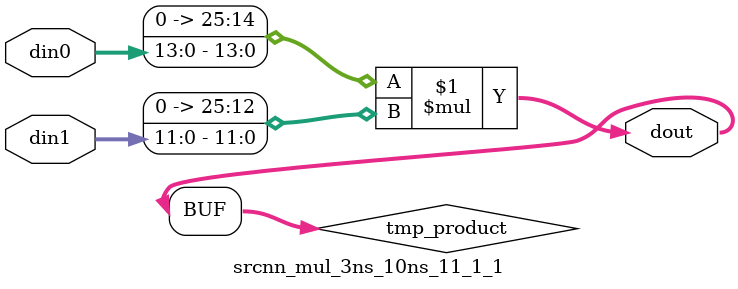
<source format=v>

`timescale 1 ns / 1 ps

  module srcnn_mul_3ns_10ns_11_1_1(din0, din1, dout);
parameter ID = 1;
parameter NUM_STAGE = 0;
parameter din0_WIDTH = 14;
parameter din1_WIDTH = 12;
parameter dout_WIDTH = 26;

input [din0_WIDTH - 1 : 0] din0; 
input [din1_WIDTH - 1 : 0] din1; 
output [dout_WIDTH - 1 : 0] dout;

wire signed [dout_WIDTH - 1 : 0] tmp_product;










assign tmp_product = $signed({1'b0, din0}) * $signed({1'b0, din1});











assign dout = tmp_product;







endmodule

</source>
